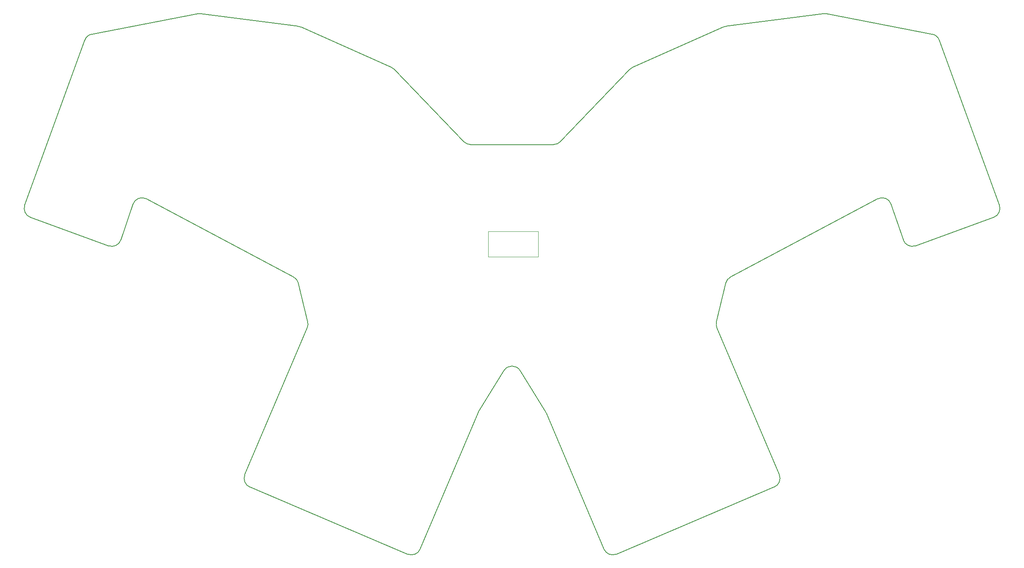
<source format=gbr>
%TF.GenerationSoftware,KiCad,Pcbnew,9.0.0*%
%TF.CreationDate,2025-02-20T21:39:48+01:00*%
%TF.ProjectId,chouchou_mx,63686f75-6368-46f7-955f-6d782e6b6963,v1.0.0*%
%TF.SameCoordinates,Original*%
%TF.FileFunction,Profile,NP*%
%FSLAX46Y46*%
G04 Gerber Fmt 4.6, Leading zero omitted, Abs format (unit mm)*
G04 Created by KiCad (PCBNEW 9.0.0) date 2025-02-20 21:39:48*
%MOMM*%
%LPD*%
G01*
G04 APERTURE LIST*
%TA.AperFunction,Profile*%
%ADD10C,0.150000*%
%TD*%
%TA.AperFunction,Profile*%
%ADD11C,0.120000*%
%TD*%
G04 APERTURE END LIST*
D10*
X36209315Y-106244714D02*
G75*
G02*
X37712170Y-104964548I1879385J-684086D01*
G01*
X136086218Y-127553530D02*
G75*
G02*
X134642861Y-128169053I-1443318J1384430D01*
G01*
X59947625Y-100702078D02*
G75*
G02*
X60582227Y-100683020I376575J-1964222D01*
G01*
X202716230Y-139568612D02*
G75*
G02*
X205548222Y-140690546I938570J-1766088D01*
G01*
X69825740Y-197496057D02*
X82918195Y-166652166D01*
X170256662Y-103504989D02*
G75*
G02*
X170812071Y-103348810I813438J-1827111D01*
G01*
X151235537Y-111973739D02*
X170256662Y-103504989D01*
X118796040Y-184514242D02*
G75*
G02*
X118934193Y-184246755I1840860J-781358D01*
G01*
X46333040Y-140690560D02*
G75*
G02*
X49165023Y-139568551I1893460J-644140D01*
G01*
X136086218Y-127553530D02*
X150605653Y-112416374D01*
X81624559Y-103504989D02*
X100645684Y-111973739D01*
X100645684Y-111973740D02*
G75*
G02*
X101275560Y-112416381I-813484J-1827060D01*
G01*
X60582225Y-100683033D02*
X81069151Y-103348799D01*
X83021749Y-165403079D02*
X81070027Y-157287071D01*
X124237757Y-175637001D02*
X118934197Y-184246757D01*
X106650537Y-213127255D02*
G75*
G02*
X104028050Y-214186839I-1841037J781455D01*
G01*
X182055481Y-197496057D02*
G75*
G02*
X180995917Y-200118492I-1840981J-781443D01*
G01*
X132947024Y-184246757D02*
X127643464Y-175637001D01*
X81069151Y-103348799D02*
G75*
G02*
X81624561Y-103504984I-258051J-1983301D01*
G01*
X168963026Y-166652166D02*
G75*
G02*
X168859468Y-165403078I1840974J781466D01*
G01*
X101275568Y-112416374D02*
X115795003Y-127553530D01*
X41203535Y-149427088D02*
X24794365Y-143454638D01*
X46333041Y-140690560D02*
X43780998Y-148191870D01*
X214169057Y-104964517D02*
G75*
G02*
X215671920Y-106244708I-376557J-1964283D01*
G01*
X80063991Y-155988580D02*
X49164991Y-139568611D01*
X117238360Y-128169073D02*
G75*
G02*
X115795030Y-127553504I40J1999973D01*
G01*
X43780997Y-148191870D02*
G75*
G02*
X41203547Y-149427056I-1893397J644170D01*
G01*
X37712164Y-104964518D02*
X59947624Y-100702078D01*
X70885288Y-200118529D02*
G75*
G02*
X69825693Y-197496037I781412J1841029D01*
G01*
X150605653Y-112416374D02*
G75*
G02*
X151235536Y-111973736I1443347J-1384426D01*
G01*
X210677686Y-149427089D02*
G75*
G02*
X208100165Y-148191890I-684086J1879389D01*
G01*
X170812070Y-103348799D02*
X191298996Y-100683033D01*
X147853155Y-214186802D02*
G75*
G02*
X145230696Y-213127250I-781455J1841002D01*
G01*
X117238360Y-128169074D02*
X134642861Y-128169074D01*
X227086856Y-143454638D02*
X210677686Y-149427088D01*
X132947023Y-184246758D02*
G75*
G02*
X133085180Y-184514243I-1703023J-1049042D01*
G01*
X228282202Y-140891213D02*
G75*
G02*
X227086880Y-143454705I-1879402J-684087D01*
G01*
X24794365Y-143454638D02*
G75*
G02*
X23599074Y-140891233I684035J1879338D01*
G01*
X191298997Y-100683033D02*
G75*
G02*
X191933599Y-100702066I258103J-1983267D01*
G01*
X118796040Y-184514243D02*
X106650537Y-213127255D01*
X80063991Y-155988580D02*
G75*
G02*
X81070047Y-157287066I-938491J-1766120D01*
G01*
X145230684Y-213127255D02*
X133085180Y-184514243D01*
X170811194Y-157287071D02*
G75*
G02*
X171817221Y-155988563I1944606J-467629D01*
G01*
X168963026Y-166652166D02*
X182055480Y-197496057D01*
X83021749Y-165403079D02*
G75*
G02*
X82918192Y-166652165I-1944549J-467621D01*
G01*
X202716230Y-139568611D02*
X171817230Y-155988580D01*
X70885288Y-200118529D02*
X104028065Y-214186803D01*
X170811194Y-157287071D02*
X168859472Y-165403079D01*
X147853156Y-214186803D02*
X180995933Y-200118529D01*
X208100223Y-148191870D02*
X205548180Y-140690560D01*
X124237757Y-175636999D02*
G75*
G02*
X127643450Y-175637010I1702843J-1048901D01*
G01*
X215671906Y-106244713D02*
X228282201Y-140891213D01*
X191933597Y-100702078D02*
X214169057Y-104964518D01*
X23599020Y-140891213D02*
X36209314Y-106244713D01*
D11*
%TO.C,RP2040Zero1*%
X120940600Y-151742600D02*
X120940600Y-146372600D01*
X120940600Y-151742600D02*
X131440600Y-151742600D01*
X131440600Y-146372600D02*
X120940600Y-146372600D01*
X131440600Y-146372600D02*
X131440600Y-151742600D01*
%TD*%
M02*

</source>
